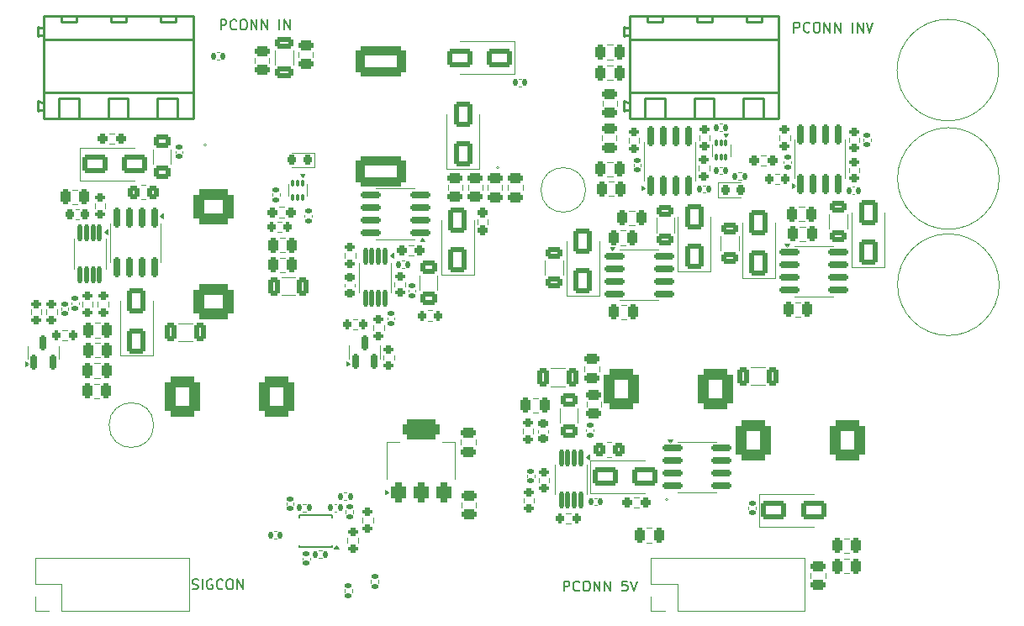
<source format=gto>
G04 #@! TF.GenerationSoftware,KiCad,Pcbnew,9.0.3-9.0.3-0~ubuntu24.04.1*
G04 #@! TF.CreationDate,2025-08-16T17:29:32+02:00*
G04 #@! TF.ProjectId,acoustic-piezodriver-board,61636f75-7374-4696-932d-7069657a6f64,rev?*
G04 #@! TF.SameCoordinates,Original*
G04 #@! TF.FileFunction,Legend,Top*
G04 #@! TF.FilePolarity,Positive*
%FSLAX46Y46*%
G04 Gerber Fmt 4.6, Leading zero omitted, Abs format (unit mm)*
G04 Created by KiCad (PCBNEW 9.0.3-9.0.3-0~ubuntu24.04.1) date 2025-08-16 17:29:32*
%MOMM*%
%LPD*%
G01*
G04 APERTURE LIST*
G04 Aperture macros list*
%AMRoundRect*
0 Rectangle with rounded corners*
0 $1 Rounding radius*
0 $2 $3 $4 $5 $6 $7 $8 $9 X,Y pos of 4 corners*
0 Add a 4 corners polygon primitive as box body*
4,1,4,$2,$3,$4,$5,$6,$7,$8,$9,$2,$3,0*
0 Add four circle primitives for the rounded corners*
1,1,$1+$1,$2,$3*
1,1,$1+$1,$4,$5*
1,1,$1+$1,$6,$7*
1,1,$1+$1,$8,$9*
0 Add four rect primitives between the rounded corners*
20,1,$1+$1,$2,$3,$4,$5,0*
20,1,$1+$1,$4,$5,$6,$7,0*
20,1,$1+$1,$6,$7,$8,$9,0*
20,1,$1+$1,$8,$9,$2,$3,0*%
G04 Aperture macros list end*
%ADD10C,0.160000*%
%ADD11C,0.120000*%
%ADD12C,0.250000*%
%ADD13C,0.150000*%
%ADD14C,1.300000*%
%ADD15C,2.000000*%
%ADD16RoundRect,0.200000X0.275000X-0.200000X0.275000X0.200000X-0.275000X0.200000X-0.275000X-0.200000X0*%
%ADD17R,1.700000X1.700000*%
%ADD18C,1.700000*%
%ADD19RoundRect,0.250000X0.475000X-0.250000X0.475000X0.250000X-0.475000X0.250000X-0.475000X-0.250000X0*%
%ADD20RoundRect,0.225000X0.225000X0.250000X-0.225000X0.250000X-0.225000X-0.250000X0.225000X-0.250000X0*%
%ADD21RoundRect,0.140000X-0.170000X0.140000X-0.170000X-0.140000X0.170000X-0.140000X0.170000X0.140000X0*%
%ADD22RoundRect,0.237500X-0.250000X-0.237500X0.250000X-0.237500X0.250000X0.237500X-0.250000X0.237500X0*%
%ADD23RoundRect,0.140000X0.170000X-0.140000X0.170000X0.140000X-0.170000X0.140000X-0.170000X-0.140000X0*%
%ADD24RoundRect,0.135000X-0.185000X0.135000X-0.185000X-0.135000X0.185000X-0.135000X0.185000X0.135000X0*%
%ADD25RoundRect,0.130000X-0.130000X0.692500X-0.130000X-0.692500X0.130000X-0.692500X0.130000X0.692500X0*%
%ADD26RoundRect,0.250000X0.650000X-1.000000X0.650000X1.000000X-0.650000X1.000000X-0.650000X-1.000000X0*%
%ADD27RoundRect,0.237500X0.250000X0.237500X-0.250000X0.237500X-0.250000X-0.237500X0.250000X-0.237500X0*%
%ADD28RoundRect,0.140000X-0.140000X-0.170000X0.140000X-0.170000X0.140000X0.170000X-0.140000X0.170000X0*%
%ADD29C,2.300000*%
%ADD30RoundRect,0.250000X0.250000X0.475000X-0.250000X0.475000X-0.250000X-0.475000X0.250000X-0.475000X0*%
%ADD31RoundRect,0.135000X0.135000X0.185000X-0.135000X0.185000X-0.135000X-0.185000X0.135000X-0.185000X0*%
%ADD32RoundRect,0.200000X-0.275000X0.200000X-0.275000X-0.200000X0.275000X-0.200000X0.275000X0.200000X0*%
%ADD33C,4.000000*%
%ADD34C,1.600000*%
%ADD35RoundRect,0.218750X-0.218750X-0.256250X0.218750X-0.256250X0.218750X0.256250X-0.218750X0.256250X0*%
%ADD36RoundRect,0.150000X0.150000X-0.825000X0.150000X0.825000X-0.150000X0.825000X-0.150000X-0.825000X0*%
%ADD37RoundRect,0.250000X-0.250000X-0.475000X0.250000X-0.475000X0.250000X0.475000X-0.250000X0.475000X0*%
%ADD38RoundRect,0.250000X-1.000000X-0.650000X1.000000X-0.650000X1.000000X0.650000X-1.000000X0.650000X0*%
%ADD39R,1.100000X0.250000*%
%ADD40RoundRect,0.140000X0.140000X0.170000X-0.140000X0.170000X-0.140000X-0.170000X0.140000X-0.170000X0*%
%ADD41RoundRect,0.250000X0.625000X-0.400000X0.625000X0.400000X-0.625000X0.400000X-0.625000X-0.400000X0*%
%ADD42RoundRect,0.525000X-1.475000X1.225000X-1.475000X-1.225000X1.475000X-1.225000X1.475000X1.225000X0*%
%ADD43R,2.469157X0.622132*%
%ADD44RoundRect,0.092500X-0.092500X0.255000X-0.092500X-0.255000X0.092500X-0.255000X0.092500X0.255000X0*%
%ADD45RoundRect,0.250000X0.325000X0.650000X-0.325000X0.650000X-0.325000X-0.650000X0.325000X-0.650000X0*%
%ADD46RoundRect,0.250000X-0.475000X0.250000X-0.475000X-0.250000X0.475000X-0.250000X0.475000X0.250000X0*%
%ADD47RoundRect,0.525000X-1.225000X-1.475000X1.225000X-1.475000X1.225000X1.475000X-1.225000X1.475000X0*%
%ADD48RoundRect,0.237500X0.237500X-0.250000X0.237500X0.250000X-0.237500X0.250000X-0.237500X-0.250000X0*%
%ADD49RoundRect,0.200000X0.200000X0.275000X-0.200000X0.275000X-0.200000X-0.275000X0.200000X-0.275000X0*%
%ADD50RoundRect,0.250000X1.000000X0.650000X-1.000000X0.650000X-1.000000X-0.650000X1.000000X-0.650000X0*%
%ADD51RoundRect,0.150000X-0.150000X0.825000X-0.150000X-0.825000X0.150000X-0.825000X0.150000X0.825000X0*%
%ADD52RoundRect,0.250000X-0.325000X-0.650000X0.325000X-0.650000X0.325000X0.650000X-0.325000X0.650000X0*%
%ADD53RoundRect,0.150000X0.825000X0.150000X-0.825000X0.150000X-0.825000X-0.150000X0.825000X-0.150000X0*%
%ADD54RoundRect,0.465000X-2.035000X1.085000X-2.035000X-1.085000X2.035000X-1.085000X2.035000X1.085000X0*%
%ADD55RoundRect,0.250000X-0.350000X-0.450000X0.350000X-0.450000X0.350000X0.450000X-0.350000X0.450000X0*%
%ADD56RoundRect,0.250000X0.625000X-0.312500X0.625000X0.312500X-0.625000X0.312500X-0.625000X-0.312500X0*%
%ADD57R,0.622132X2.469157*%
%ADD58RoundRect,0.150000X-0.825000X-0.150000X0.825000X-0.150000X0.825000X0.150000X-0.825000X0.150000X0*%
%ADD59RoundRect,0.375000X0.375000X-0.625000X0.375000X0.625000X-0.375000X0.625000X-0.375000X-0.625000X0*%
%ADD60RoundRect,0.500000X1.400000X-0.500000X1.400000X0.500000X-1.400000X0.500000X-1.400000X-0.500000X0*%
%ADD61RoundRect,0.150000X0.150000X-0.587500X0.150000X0.587500X-0.150000X0.587500X-0.150000X-0.587500X0*%
%ADD62RoundRect,0.250000X-0.625000X0.312500X-0.625000X-0.312500X0.625000X-0.312500X0.625000X0.312500X0*%
%ADD63RoundRect,0.200000X-0.200000X-0.275000X0.200000X-0.275000X0.200000X0.275000X-0.200000X0.275000X0*%
%ADD64RoundRect,0.250000X0.650000X-0.325000X0.650000X0.325000X-0.650000X0.325000X-0.650000X-0.325000X0*%
%ADD65RoundRect,0.250000X-0.625000X0.400000X-0.625000X-0.400000X0.625000X-0.400000X0.625000X0.400000X0*%
%ADD66RoundRect,0.218750X0.218750X0.256250X-0.218750X0.256250X-0.218750X-0.256250X0.218750X-0.256250X0*%
%ADD67RoundRect,0.225000X-0.250000X0.225000X-0.250000X-0.225000X0.250000X-0.225000X0.250000X0.225000X0*%
%ADD68RoundRect,0.225000X0.250000X-0.225000X0.250000X0.225000X-0.250000X0.225000X-0.250000X-0.225000X0*%
G04 APERTURE END LIST*
D10*
X122033358Y-82129299D02*
X122033358Y-81129299D01*
X122033358Y-81129299D02*
X122414310Y-81129299D01*
X122414310Y-81129299D02*
X122509548Y-81176918D01*
X122509548Y-81176918D02*
X122557167Y-81224537D01*
X122557167Y-81224537D02*
X122604786Y-81319775D01*
X122604786Y-81319775D02*
X122604786Y-81462632D01*
X122604786Y-81462632D02*
X122557167Y-81557870D01*
X122557167Y-81557870D02*
X122509548Y-81605489D01*
X122509548Y-81605489D02*
X122414310Y-81653108D01*
X122414310Y-81653108D02*
X122033358Y-81653108D01*
X123604786Y-82034060D02*
X123557167Y-82081680D01*
X123557167Y-82081680D02*
X123414310Y-82129299D01*
X123414310Y-82129299D02*
X123319072Y-82129299D01*
X123319072Y-82129299D02*
X123176215Y-82081680D01*
X123176215Y-82081680D02*
X123080977Y-81986441D01*
X123080977Y-81986441D02*
X123033358Y-81891203D01*
X123033358Y-81891203D02*
X122985739Y-81700727D01*
X122985739Y-81700727D02*
X122985739Y-81557870D01*
X122985739Y-81557870D02*
X123033358Y-81367394D01*
X123033358Y-81367394D02*
X123080977Y-81272156D01*
X123080977Y-81272156D02*
X123176215Y-81176918D01*
X123176215Y-81176918D02*
X123319072Y-81129299D01*
X123319072Y-81129299D02*
X123414310Y-81129299D01*
X123414310Y-81129299D02*
X123557167Y-81176918D01*
X123557167Y-81176918D02*
X123604786Y-81224537D01*
X124223834Y-81129299D02*
X124414310Y-81129299D01*
X124414310Y-81129299D02*
X124509548Y-81176918D01*
X124509548Y-81176918D02*
X124604786Y-81272156D01*
X124604786Y-81272156D02*
X124652405Y-81462632D01*
X124652405Y-81462632D02*
X124652405Y-81795965D01*
X124652405Y-81795965D02*
X124604786Y-81986441D01*
X124604786Y-81986441D02*
X124509548Y-82081680D01*
X124509548Y-82081680D02*
X124414310Y-82129299D01*
X124414310Y-82129299D02*
X124223834Y-82129299D01*
X124223834Y-82129299D02*
X124128596Y-82081680D01*
X124128596Y-82081680D02*
X124033358Y-81986441D01*
X124033358Y-81986441D02*
X123985739Y-81795965D01*
X123985739Y-81795965D02*
X123985739Y-81462632D01*
X123985739Y-81462632D02*
X124033358Y-81272156D01*
X124033358Y-81272156D02*
X124128596Y-81176918D01*
X124128596Y-81176918D02*
X124223834Y-81129299D01*
X125080977Y-82129299D02*
X125080977Y-81129299D01*
X125080977Y-81129299D02*
X125652405Y-82129299D01*
X125652405Y-82129299D02*
X125652405Y-81129299D01*
X126128596Y-82129299D02*
X126128596Y-81129299D01*
X126128596Y-81129299D02*
X126700024Y-82129299D01*
X126700024Y-82129299D02*
X126700024Y-81129299D01*
X127938120Y-82129299D02*
X127938120Y-81129299D01*
X128414310Y-82129299D02*
X128414310Y-81129299D01*
X128414310Y-81129299D02*
X128985738Y-82129299D01*
X128985738Y-82129299D02*
X128985738Y-81129299D01*
X129319072Y-81129299D02*
X129652405Y-82129299D01*
X129652405Y-82129299D02*
X129985738Y-81129299D01*
X64303358Y-81849299D02*
X64303358Y-80849299D01*
X64303358Y-80849299D02*
X64684310Y-80849299D01*
X64684310Y-80849299D02*
X64779548Y-80896918D01*
X64779548Y-80896918D02*
X64827167Y-80944537D01*
X64827167Y-80944537D02*
X64874786Y-81039775D01*
X64874786Y-81039775D02*
X64874786Y-81182632D01*
X64874786Y-81182632D02*
X64827167Y-81277870D01*
X64827167Y-81277870D02*
X64779548Y-81325489D01*
X64779548Y-81325489D02*
X64684310Y-81373108D01*
X64684310Y-81373108D02*
X64303358Y-81373108D01*
X65874786Y-81754060D02*
X65827167Y-81801680D01*
X65827167Y-81801680D02*
X65684310Y-81849299D01*
X65684310Y-81849299D02*
X65589072Y-81849299D01*
X65589072Y-81849299D02*
X65446215Y-81801680D01*
X65446215Y-81801680D02*
X65350977Y-81706441D01*
X65350977Y-81706441D02*
X65303358Y-81611203D01*
X65303358Y-81611203D02*
X65255739Y-81420727D01*
X65255739Y-81420727D02*
X65255739Y-81277870D01*
X65255739Y-81277870D02*
X65303358Y-81087394D01*
X65303358Y-81087394D02*
X65350977Y-80992156D01*
X65350977Y-80992156D02*
X65446215Y-80896918D01*
X65446215Y-80896918D02*
X65589072Y-80849299D01*
X65589072Y-80849299D02*
X65684310Y-80849299D01*
X65684310Y-80849299D02*
X65827167Y-80896918D01*
X65827167Y-80896918D02*
X65874786Y-80944537D01*
X66493834Y-80849299D02*
X66684310Y-80849299D01*
X66684310Y-80849299D02*
X66779548Y-80896918D01*
X66779548Y-80896918D02*
X66874786Y-80992156D01*
X66874786Y-80992156D02*
X66922405Y-81182632D01*
X66922405Y-81182632D02*
X66922405Y-81515965D01*
X66922405Y-81515965D02*
X66874786Y-81706441D01*
X66874786Y-81706441D02*
X66779548Y-81801680D01*
X66779548Y-81801680D02*
X66684310Y-81849299D01*
X66684310Y-81849299D02*
X66493834Y-81849299D01*
X66493834Y-81849299D02*
X66398596Y-81801680D01*
X66398596Y-81801680D02*
X66303358Y-81706441D01*
X66303358Y-81706441D02*
X66255739Y-81515965D01*
X66255739Y-81515965D02*
X66255739Y-81182632D01*
X66255739Y-81182632D02*
X66303358Y-80992156D01*
X66303358Y-80992156D02*
X66398596Y-80896918D01*
X66398596Y-80896918D02*
X66493834Y-80849299D01*
X67350977Y-81849299D02*
X67350977Y-80849299D01*
X67350977Y-80849299D02*
X67922405Y-81849299D01*
X67922405Y-81849299D02*
X67922405Y-80849299D01*
X68398596Y-81849299D02*
X68398596Y-80849299D01*
X68398596Y-80849299D02*
X68970024Y-81849299D01*
X68970024Y-81849299D02*
X68970024Y-80849299D01*
X70208120Y-81849299D02*
X70208120Y-80849299D01*
X70684310Y-81849299D02*
X70684310Y-80849299D01*
X70684310Y-80849299D02*
X71255738Y-81849299D01*
X71255738Y-81849299D02*
X71255738Y-80849299D01*
X98853358Y-138419299D02*
X98853358Y-137419299D01*
X98853358Y-137419299D02*
X99234310Y-137419299D01*
X99234310Y-137419299D02*
X99329548Y-137466918D01*
X99329548Y-137466918D02*
X99377167Y-137514537D01*
X99377167Y-137514537D02*
X99424786Y-137609775D01*
X99424786Y-137609775D02*
X99424786Y-137752632D01*
X99424786Y-137752632D02*
X99377167Y-137847870D01*
X99377167Y-137847870D02*
X99329548Y-137895489D01*
X99329548Y-137895489D02*
X99234310Y-137943108D01*
X99234310Y-137943108D02*
X98853358Y-137943108D01*
X100424786Y-138324060D02*
X100377167Y-138371680D01*
X100377167Y-138371680D02*
X100234310Y-138419299D01*
X100234310Y-138419299D02*
X100139072Y-138419299D01*
X100139072Y-138419299D02*
X99996215Y-138371680D01*
X99996215Y-138371680D02*
X99900977Y-138276441D01*
X99900977Y-138276441D02*
X99853358Y-138181203D01*
X99853358Y-138181203D02*
X99805739Y-137990727D01*
X99805739Y-137990727D02*
X99805739Y-137847870D01*
X99805739Y-137847870D02*
X99853358Y-137657394D01*
X99853358Y-137657394D02*
X99900977Y-137562156D01*
X99900977Y-137562156D02*
X99996215Y-137466918D01*
X99996215Y-137466918D02*
X100139072Y-137419299D01*
X100139072Y-137419299D02*
X100234310Y-137419299D01*
X100234310Y-137419299D02*
X100377167Y-137466918D01*
X100377167Y-137466918D02*
X100424786Y-137514537D01*
X101043834Y-137419299D02*
X101234310Y-137419299D01*
X101234310Y-137419299D02*
X101329548Y-137466918D01*
X101329548Y-137466918D02*
X101424786Y-137562156D01*
X101424786Y-137562156D02*
X101472405Y-137752632D01*
X101472405Y-137752632D02*
X101472405Y-138085965D01*
X101472405Y-138085965D02*
X101424786Y-138276441D01*
X101424786Y-138276441D02*
X101329548Y-138371680D01*
X101329548Y-138371680D02*
X101234310Y-138419299D01*
X101234310Y-138419299D02*
X101043834Y-138419299D01*
X101043834Y-138419299D02*
X100948596Y-138371680D01*
X100948596Y-138371680D02*
X100853358Y-138276441D01*
X100853358Y-138276441D02*
X100805739Y-138085965D01*
X100805739Y-138085965D02*
X100805739Y-137752632D01*
X100805739Y-137752632D02*
X100853358Y-137562156D01*
X100853358Y-137562156D02*
X100948596Y-137466918D01*
X100948596Y-137466918D02*
X101043834Y-137419299D01*
X101900977Y-138419299D02*
X101900977Y-137419299D01*
X101900977Y-137419299D02*
X102472405Y-138419299D01*
X102472405Y-138419299D02*
X102472405Y-137419299D01*
X102948596Y-138419299D02*
X102948596Y-137419299D01*
X102948596Y-137419299D02*
X103520024Y-138419299D01*
X103520024Y-138419299D02*
X103520024Y-137419299D01*
X105234310Y-137419299D02*
X104758120Y-137419299D01*
X104758120Y-137419299D02*
X104710501Y-137895489D01*
X104710501Y-137895489D02*
X104758120Y-137847870D01*
X104758120Y-137847870D02*
X104853358Y-137800251D01*
X104853358Y-137800251D02*
X105091453Y-137800251D01*
X105091453Y-137800251D02*
X105186691Y-137847870D01*
X105186691Y-137847870D02*
X105234310Y-137895489D01*
X105234310Y-137895489D02*
X105281929Y-137990727D01*
X105281929Y-137990727D02*
X105281929Y-138228822D01*
X105281929Y-138228822D02*
X105234310Y-138324060D01*
X105234310Y-138324060D02*
X105186691Y-138371680D01*
X105186691Y-138371680D02*
X105091453Y-138419299D01*
X105091453Y-138419299D02*
X104853358Y-138419299D01*
X104853358Y-138419299D02*
X104758120Y-138371680D01*
X104758120Y-138371680D02*
X104710501Y-138324060D01*
X105567644Y-137419299D02*
X105900977Y-138419299D01*
X105900977Y-138419299D02*
X106234310Y-137419299D01*
X61445739Y-138191680D02*
X61588596Y-138239299D01*
X61588596Y-138239299D02*
X61826691Y-138239299D01*
X61826691Y-138239299D02*
X61921929Y-138191680D01*
X61921929Y-138191680D02*
X61969548Y-138144060D01*
X61969548Y-138144060D02*
X62017167Y-138048822D01*
X62017167Y-138048822D02*
X62017167Y-137953584D01*
X62017167Y-137953584D02*
X61969548Y-137858346D01*
X61969548Y-137858346D02*
X61921929Y-137810727D01*
X61921929Y-137810727D02*
X61826691Y-137763108D01*
X61826691Y-137763108D02*
X61636215Y-137715489D01*
X61636215Y-137715489D02*
X61540977Y-137667870D01*
X61540977Y-137667870D02*
X61493358Y-137620251D01*
X61493358Y-137620251D02*
X61445739Y-137525013D01*
X61445739Y-137525013D02*
X61445739Y-137429775D01*
X61445739Y-137429775D02*
X61493358Y-137334537D01*
X61493358Y-137334537D02*
X61540977Y-137286918D01*
X61540977Y-137286918D02*
X61636215Y-137239299D01*
X61636215Y-137239299D02*
X61874310Y-137239299D01*
X61874310Y-137239299D02*
X62017167Y-137286918D01*
X62445739Y-138239299D02*
X62445739Y-137239299D01*
X63445738Y-137286918D02*
X63350500Y-137239299D01*
X63350500Y-137239299D02*
X63207643Y-137239299D01*
X63207643Y-137239299D02*
X63064786Y-137286918D01*
X63064786Y-137286918D02*
X62969548Y-137382156D01*
X62969548Y-137382156D02*
X62921929Y-137477394D01*
X62921929Y-137477394D02*
X62874310Y-137667870D01*
X62874310Y-137667870D02*
X62874310Y-137810727D01*
X62874310Y-137810727D02*
X62921929Y-138001203D01*
X62921929Y-138001203D02*
X62969548Y-138096441D01*
X62969548Y-138096441D02*
X63064786Y-138191680D01*
X63064786Y-138191680D02*
X63207643Y-138239299D01*
X63207643Y-138239299D02*
X63302881Y-138239299D01*
X63302881Y-138239299D02*
X63445738Y-138191680D01*
X63445738Y-138191680D02*
X63493357Y-138144060D01*
X63493357Y-138144060D02*
X63493357Y-137810727D01*
X63493357Y-137810727D02*
X63302881Y-137810727D01*
X64493357Y-138144060D02*
X64445738Y-138191680D01*
X64445738Y-138191680D02*
X64302881Y-138239299D01*
X64302881Y-138239299D02*
X64207643Y-138239299D01*
X64207643Y-138239299D02*
X64064786Y-138191680D01*
X64064786Y-138191680D02*
X63969548Y-138096441D01*
X63969548Y-138096441D02*
X63921929Y-138001203D01*
X63921929Y-138001203D02*
X63874310Y-137810727D01*
X63874310Y-137810727D02*
X63874310Y-137667870D01*
X63874310Y-137667870D02*
X63921929Y-137477394D01*
X63921929Y-137477394D02*
X63969548Y-137382156D01*
X63969548Y-137382156D02*
X64064786Y-137286918D01*
X64064786Y-137286918D02*
X64207643Y-137239299D01*
X64207643Y-137239299D02*
X64302881Y-137239299D01*
X64302881Y-137239299D02*
X64445738Y-137286918D01*
X64445738Y-137286918D02*
X64493357Y-137334537D01*
X65112405Y-137239299D02*
X65302881Y-137239299D01*
X65302881Y-137239299D02*
X65398119Y-137286918D01*
X65398119Y-137286918D02*
X65493357Y-137382156D01*
X65493357Y-137382156D02*
X65540976Y-137572632D01*
X65540976Y-137572632D02*
X65540976Y-137905965D01*
X65540976Y-137905965D02*
X65493357Y-138096441D01*
X65493357Y-138096441D02*
X65398119Y-138191680D01*
X65398119Y-138191680D02*
X65302881Y-138239299D01*
X65302881Y-138239299D02*
X65112405Y-138239299D01*
X65112405Y-138239299D02*
X65017167Y-138191680D01*
X65017167Y-138191680D02*
X64921929Y-138096441D01*
X64921929Y-138096441D02*
X64874310Y-137905965D01*
X64874310Y-137905965D02*
X64874310Y-137572632D01*
X64874310Y-137572632D02*
X64921929Y-137382156D01*
X64921929Y-137382156D02*
X65017167Y-137286918D01*
X65017167Y-137286918D02*
X65112405Y-137239299D01*
X65969548Y-138239299D02*
X65969548Y-137239299D01*
X65969548Y-137239299D02*
X66540976Y-138239299D01*
X66540976Y-138239299D02*
X66540976Y-137239299D01*
D11*
X96307500Y-127487258D02*
X96307500Y-127012742D01*
X97352500Y-127487258D02*
X97352500Y-127012742D01*
X45620000Y-135080000D02*
X61080000Y-135080000D01*
X45620000Y-137730000D02*
X45620000Y-135080000D01*
X45620000Y-140380000D02*
X45620000Y-139000000D01*
X47000000Y-140380000D02*
X45620000Y-140380000D01*
X48270000Y-137730000D02*
X45620000Y-137730000D01*
X48270000Y-140380000D02*
X48270000Y-137730000D01*
X48270000Y-140380000D02*
X61080000Y-140380000D01*
X61080000Y-140380000D02*
X61080000Y-135080000D01*
X102690000Y-93036252D02*
X102690000Y-92513748D01*
X104160000Y-93036252D02*
X104160000Y-92513748D01*
X49990580Y-99965000D02*
X49709420Y-99965000D01*
X49990580Y-100985000D02*
X49709420Y-100985000D01*
X117455000Y-129947164D02*
X117455000Y-130162836D01*
X118175000Y-129947164D02*
X118175000Y-130162836D01*
X83175276Y-103547500D02*
X83684724Y-103547500D01*
X83175276Y-104592500D02*
X83684724Y-104592500D01*
X70916500Y-129722836D02*
X70916500Y-129507164D01*
X71636500Y-129722836D02*
X71636500Y-129507164D01*
X76760000Y-138206359D02*
X76760000Y-138513641D01*
X77520000Y-138206359D02*
X77520000Y-138513641D01*
X80702500Y-115137258D02*
X80702500Y-114662742D01*
X81747500Y-115137258D02*
X81747500Y-114662742D01*
X78240000Y-106825000D02*
X78240000Y-105325000D01*
X78240000Y-106825000D02*
X78240000Y-108325000D01*
X81460000Y-106825000D02*
X81460000Y-105325000D01*
X81460000Y-106825000D02*
X81460000Y-108325000D01*
X81665000Y-104852500D02*
X81335000Y-104612500D01*
X81665000Y-104372500D01*
X81665000Y-104852500D01*
G36*
X81665000Y-104852500D02*
G01*
X81335000Y-104612500D01*
X81665000Y-104372500D01*
X81665000Y-104852500D01*
G37*
X110325000Y-106210000D02*
X110325000Y-100700000D01*
X110325000Y-106210000D02*
X113625000Y-106210000D01*
X113625000Y-106210000D02*
X113625000Y-100700000D01*
X119219724Y-94522500D02*
X118710276Y-94522500D01*
X119219724Y-95567500D02*
X118710276Y-95567500D01*
X105865000Y-95597836D02*
X105865000Y-95382164D01*
X106585000Y-95597836D02*
X106585000Y-95382164D01*
X94312164Y-86840000D02*
X94527836Y-86840000D01*
X94312164Y-87560000D02*
X94527836Y-87560000D01*
X76896500Y-130261359D02*
X76896500Y-130568641D01*
X77656500Y-130261359D02*
X77656500Y-130568641D01*
D12*
X104900000Y-81540000D02*
X104900000Y-82530000D01*
X104900000Y-82530000D02*
X105500000Y-82320000D01*
X104900000Y-89050000D02*
X104900000Y-90040000D01*
X104900000Y-90040000D02*
X105500000Y-89830000D01*
X105500000Y-80500000D02*
X120500000Y-80500000D01*
X105500000Y-80510000D02*
X105500000Y-90810000D01*
X105500000Y-81780000D02*
X104900000Y-81540000D01*
X105500000Y-82830000D02*
X120500000Y-82830000D01*
X105500000Y-88170000D02*
X120500000Y-88170000D01*
X105500000Y-89290000D02*
X104900000Y-89050000D01*
X105500000Y-90800000D02*
X120500000Y-90800000D01*
X107000000Y-88740000D02*
X109000000Y-88740000D01*
X107000000Y-90800000D02*
X107000000Y-88740000D01*
X107240000Y-81040000D02*
X107240000Y-80500000D01*
X108770000Y-80500000D02*
X108770000Y-81040000D01*
X108770000Y-81040000D02*
X107240000Y-81040000D01*
X109000000Y-88740000D02*
X109000000Y-90800000D01*
X111980000Y-88740000D02*
X113980000Y-88740000D01*
X111980000Y-90800000D02*
X111980000Y-88740000D01*
X112240000Y-81040000D02*
X112240000Y-80500000D01*
X113770000Y-80500000D02*
X113770000Y-81040000D01*
X113770000Y-81040000D02*
X112240000Y-81040000D01*
X113980000Y-88740000D02*
X113980000Y-90800000D01*
X116930000Y-88740000D02*
X118930000Y-88740000D01*
X116930000Y-90800000D02*
X116930000Y-88740000D01*
X117240000Y-81040000D02*
X117240000Y-80500000D01*
X118770000Y-80500000D02*
X118770000Y-81040000D01*
X118770000Y-81040000D02*
X117240000Y-81040000D01*
X118930000Y-88740000D02*
X118930000Y-90800000D01*
X120500000Y-80500000D02*
X120500000Y-90800000D01*
D11*
X105121252Y-109565000D02*
X104598748Y-109565000D01*
X105121252Y-111035000D02*
X104598748Y-111035000D01*
X70170276Y-99727500D02*
X70679724Y-99727500D01*
X70170276Y-100772500D02*
X70679724Y-100772500D01*
X76980141Y-128485000D02*
X76672859Y-128485000D01*
X76980141Y-129245000D02*
X76672859Y-129245000D01*
X51602500Y-99387742D02*
X51602500Y-99862258D01*
X52647500Y-99387742D02*
X52647500Y-99862258D01*
X100925000Y-116261252D02*
X100925000Y-115738748D01*
X102395000Y-116261252D02*
X102395000Y-115738748D01*
X54150000Y-114710000D02*
X54150000Y-109200000D01*
X54150000Y-114710000D02*
X57450000Y-114710000D01*
X57450000Y-114710000D02*
X57450000Y-109200000D01*
X112472500Y-92512742D02*
X112472500Y-92987258D01*
X113517500Y-92512742D02*
X113517500Y-92987258D01*
X101952164Y-129070000D02*
X102167836Y-129070000D01*
X101952164Y-129790000D02*
X102167836Y-129790000D01*
X101050000Y-98000000D02*
G75*
G02*
X96550000Y-98000000I-2250000J0D01*
G01*
X96550000Y-98000000D02*
G75*
G02*
X101050000Y-98000000I2250000J0D01*
G01*
X78579000Y-131052742D02*
X78579000Y-131527258D01*
X79624000Y-131052742D02*
X79624000Y-131527258D01*
X142695000Y-107550000D02*
G75*
G02*
X132455000Y-107550000I-5120000J0D01*
G01*
X132455000Y-107550000D02*
G75*
G02*
X142695000Y-107550000I5120000J0D01*
G01*
X114415000Y-97265000D02*
X114415000Y-98735000D01*
X114415000Y-98735000D02*
X116700000Y-98735000D01*
X116700000Y-97265000D02*
X114415000Y-97265000D01*
X122055000Y-94900000D02*
X122055000Y-92950000D01*
X122055000Y-94900000D02*
X122055000Y-96850000D01*
X127175000Y-94900000D02*
X127175000Y-92950000D01*
X127175000Y-94900000D02*
X127175000Y-96850000D01*
X122150000Y-97600000D02*
X121820000Y-97840000D01*
X121820000Y-97360000D01*
X122150000Y-97600000D01*
G36*
X122150000Y-97600000D02*
G01*
X121820000Y-97840000D01*
X121820000Y-97360000D01*
X122150000Y-97600000D01*
G37*
X122538748Y-99705000D02*
X123061252Y-99705000D01*
X122538748Y-101175000D02*
X123061252Y-101175000D01*
X50090000Y-93737500D02*
X50090000Y-97037500D01*
X50090000Y-93737500D02*
X55600000Y-93737500D01*
X50090000Y-97037500D02*
X55600000Y-97037500D01*
D13*
X72226500Y-130765000D02*
X72226500Y-130990000D01*
X72226500Y-134015000D02*
X72226500Y-133790000D01*
X75476500Y-130765000D02*
X72226500Y-130765000D01*
X75476500Y-130765000D02*
X75476500Y-130990000D01*
X75476500Y-134015000D02*
X72226500Y-134015000D01*
X75476500Y-134015000D02*
X75476500Y-133790000D01*
D11*
X76191500Y-134120000D02*
X75711500Y-134120000D01*
X75951500Y-133790000D01*
X76191500Y-134120000D01*
G36*
X76191500Y-134120000D02*
G01*
X75711500Y-134120000D01*
X75951500Y-133790000D01*
X76191500Y-134120000D01*
G37*
X113107836Y-97540000D02*
X112892164Y-97540000D01*
X113107836Y-98260000D02*
X112892164Y-98260000D01*
X79677500Y-112112258D02*
X79677500Y-111637742D01*
X80722500Y-112112258D02*
X80722500Y-111637742D01*
X127088748Y-135175000D02*
X127611252Y-135175000D01*
X127088748Y-136645000D02*
X127611252Y-136645000D01*
X98450000Y-121447064D02*
X98450000Y-119992936D01*
X100270000Y-121447064D02*
X100270000Y-119992936D01*
X49490000Y-104425000D02*
X49490000Y-102925000D01*
X49490000Y-104425000D02*
X49490000Y-105925000D01*
X52710000Y-104425000D02*
X52710000Y-102925000D01*
X52710000Y-104425000D02*
X52710000Y-105925000D01*
X52915000Y-102452500D02*
X52585000Y-102212500D01*
X52915000Y-101972500D01*
X52915000Y-102452500D01*
G36*
X52915000Y-102452500D02*
G01*
X52585000Y-102212500D01*
X52915000Y-101972500D01*
X52915000Y-102452500D01*
G37*
X109326823Y-129225000D02*
G75*
G02*
X109076821Y-129225000I-125001J0D01*
G01*
X109076821Y-129225000D02*
G75*
G02*
X109326823Y-129225000I125001J0D01*
G01*
X103761252Y-83365000D02*
X103238748Y-83365000D01*
X103761252Y-84835000D02*
X103238748Y-84835000D01*
X82767836Y-105140000D02*
X82552164Y-105140000D01*
X82767836Y-105860000D02*
X82552164Y-105860000D01*
X71085000Y-98010000D02*
X71085000Y-97410000D01*
X71085000Y-98010000D02*
X71085000Y-98610000D01*
X72955000Y-98010000D02*
X72955000Y-97410000D01*
X72955000Y-98010000D02*
X72955000Y-98610000D01*
X72520000Y-96700000D02*
X72280000Y-96370000D01*
X72760000Y-96370000D01*
X72520000Y-96700000D01*
G36*
X72520000Y-96700000D02*
G01*
X72280000Y-96370000D01*
X72760000Y-96370000D01*
X72520000Y-96700000D01*
G37*
X53057776Y-92340000D02*
X53567224Y-92340000D01*
X53057776Y-93385000D02*
X53567224Y-93385000D01*
X74483641Y-134350000D02*
X74176359Y-134350000D01*
X74483641Y-135110000D02*
X74176359Y-135110000D01*
X72560000Y-135042164D02*
X72560000Y-135257836D01*
X73280000Y-135042164D02*
X73280000Y-135257836D01*
X59740000Y-94282836D02*
X59740000Y-94067164D01*
X60460000Y-94282836D02*
X60460000Y-94067164D01*
X98941252Y-115960000D02*
X97518748Y-115960000D01*
X98941252Y-117780000D02*
X97518748Y-117780000D01*
X114797836Y-91340000D02*
X114582164Y-91340000D01*
X114797836Y-92060000D02*
X114582164Y-92060000D01*
X104528748Y-102105000D02*
X105051252Y-102105000D01*
X104528748Y-103575000D02*
X105051252Y-103575000D01*
X61436252Y-111440000D02*
X60013748Y-111440000D01*
X61436252Y-113260000D02*
X60013748Y-113260000D01*
X83180000Y-108277836D02*
X83180000Y-108062164D01*
X83900000Y-108277836D02*
X83900000Y-108062164D01*
X102757948Y-89031424D02*
X102757948Y-89553928D01*
X104227948Y-89031424D02*
X104227948Y-89553928D01*
X129025000Y-92842164D02*
X129025000Y-93057836D01*
X129745000Y-92842164D02*
X129745000Y-93057836D01*
X90142500Y-101439724D02*
X90142500Y-100930276D01*
X91187500Y-101439724D02*
X91187500Y-100930276D01*
X70243748Y-102820000D02*
X70766252Y-102820000D01*
X70243748Y-104290000D02*
X70766252Y-104290000D01*
X48812258Y-112127500D02*
X48337742Y-112127500D01*
X48812258Y-113172500D02*
X48337742Y-113172500D01*
X72750000Y-100522164D02*
X72750000Y-100737836D01*
X73470000Y-100522164D02*
X73470000Y-100737836D01*
X118490000Y-128650000D02*
X118490000Y-131950000D01*
X118490000Y-128650000D02*
X124000000Y-128650000D01*
X118490000Y-131950000D02*
X124000000Y-131950000D01*
X79440000Y-137306359D02*
X79440000Y-137613641D01*
X80200000Y-137306359D02*
X80200000Y-137613641D01*
X76807500Y-104827258D02*
X76807500Y-104352742D01*
X77852500Y-104827258D02*
X77852500Y-104352742D01*
X72855141Y-129660000D02*
X72547859Y-129660000D01*
X72855141Y-130420000D02*
X72547859Y-130420000D01*
X93910000Y-83050000D02*
X88400000Y-83050000D01*
X93910000Y-86350000D02*
X88400000Y-86350000D01*
X93910000Y-86350000D02*
X93910000Y-83050000D01*
X101135000Y-119308748D02*
X101135000Y-119831252D01*
X102605000Y-119308748D02*
X102605000Y-119831252D01*
X120577500Y-92987258D02*
X120577500Y-92512742D01*
X121622500Y-92987258D02*
X121622500Y-92512742D01*
X72115000Y-84636252D02*
X72115000Y-84113748D01*
X73585000Y-84636252D02*
X73585000Y-84113748D01*
X128127836Y-97690000D02*
X127912164Y-97690000D01*
X128127836Y-98410000D02*
X127912164Y-98410000D01*
X70243748Y-104820000D02*
X70766252Y-104820000D01*
X70243748Y-106290000D02*
X70766252Y-106290000D01*
D12*
X45900000Y-81540000D02*
X45900000Y-82530000D01*
X45900000Y-82530000D02*
X46500000Y-82320000D01*
X45900000Y-89050000D02*
X45900000Y-90040000D01*
X45900000Y-90040000D02*
X46500000Y-89830000D01*
X46500000Y-80500000D02*
X61500000Y-80500000D01*
X46500000Y-80510000D02*
X46500000Y-90810000D01*
X46500000Y-81780000D02*
X45900000Y-81540000D01*
X46500000Y-82830000D02*
X61500000Y-82830000D01*
X46500000Y-88170000D02*
X61500000Y-88170000D01*
X46500000Y-89290000D02*
X45900000Y-89050000D01*
X46500000Y-90800000D02*
X61500000Y-90800000D01*
X48000000Y-88740000D02*
X50000000Y-88740000D01*
X48000000Y-90800000D02*
X48000000Y-88740000D01*
X48240000Y-81040000D02*
X48240000Y-80500000D01*
X49770000Y-80500000D02*
X49770000Y-81040000D01*
X49770000Y-81040000D02*
X48240000Y-81040000D01*
X50000000Y-88740000D02*
X50000000Y-90800000D01*
X52980000Y-88740000D02*
X54980000Y-88740000D01*
X52980000Y-90800000D02*
X52980000Y-88740000D01*
X53240000Y-81040000D02*
X53240000Y-80500000D01*
X54770000Y-80500000D02*
X54770000Y-81040000D01*
X54770000Y-81040000D02*
X53240000Y-81040000D01*
X54980000Y-88740000D02*
X54980000Y-90800000D01*
X57930000Y-88740000D02*
X59930000Y-88740000D01*
X57930000Y-90800000D02*
X57930000Y-88740000D01*
X58240000Y-81040000D02*
X58240000Y-80500000D01*
X59770000Y-80500000D02*
X59770000Y-81040000D01*
X59770000Y-81040000D02*
X58240000Y-81040000D01*
X59930000Y-88740000D02*
X59930000Y-90800000D01*
X61500000Y-80500000D02*
X61500000Y-90800000D01*
D11*
X67715000Y-85236252D02*
X67715000Y-84713748D01*
X69185000Y-85236252D02*
X69185000Y-84713748D01*
X122628748Y-101685000D02*
X123151252Y-101685000D01*
X122628748Y-103155000D02*
X123151252Y-103155000D01*
X53140000Y-103300000D02*
X53140000Y-101350000D01*
X53140000Y-103300000D02*
X53140000Y-105250000D01*
X58260000Y-103300000D02*
X58260000Y-101350000D01*
X58260000Y-103300000D02*
X58260000Y-105250000D01*
X58495000Y-100840000D02*
X58165000Y-100600000D01*
X58495000Y-100360000D01*
X58495000Y-100840000D01*
G36*
X58495000Y-100840000D02*
G01*
X58165000Y-100600000D01*
X58495000Y-100360000D01*
X58495000Y-100840000D01*
G37*
X57550000Y-121700000D02*
G75*
G02*
X53050000Y-121700000I-2250000J0D01*
G01*
X53050000Y-121700000D02*
G75*
G02*
X57550000Y-121700000I2250000J0D01*
G01*
X69470000Y-98321359D02*
X69470000Y-98628641D01*
X70230000Y-98321359D02*
X70230000Y-98628641D01*
X46752500Y-110062742D02*
X46752500Y-110537258D01*
X47797500Y-110062742D02*
X47797500Y-110537258D01*
X52086252Y-117540000D02*
X51563748Y-117540000D01*
X52086252Y-119010000D02*
X51563748Y-119010000D01*
X94723744Y-122082950D02*
X94723744Y-122557466D01*
X95768744Y-122082950D02*
X95768744Y-122557466D01*
X127547500Y-96237258D02*
X127547500Y-95762742D01*
X128592500Y-96237258D02*
X128592500Y-95762742D01*
X127875000Y-105760000D02*
X127875000Y-100250000D01*
X127875000Y-105760000D02*
X131175000Y-105760000D01*
X131175000Y-105760000D02*
X131175000Y-100250000D01*
X81090000Y-110842164D02*
X81090000Y-111057836D01*
X81810000Y-110842164D02*
X81810000Y-111057836D01*
X120587258Y-96352500D02*
X120112742Y-96352500D01*
X120587258Y-97397500D02*
X120112742Y-97397500D01*
X101105000Y-122327836D02*
X101105000Y-122112164D01*
X101825000Y-122327836D02*
X101825000Y-122112164D01*
X107721252Y-132065000D02*
X107198748Y-132065000D01*
X107721252Y-133535000D02*
X107198748Y-133535000D01*
X105912776Y-128997500D02*
X106422224Y-128997500D01*
X105912776Y-130042500D02*
X106422224Y-130042500D01*
X121015000Y-95302836D02*
X121015000Y-95087164D01*
X121735000Y-95302836D02*
X121735000Y-95087164D01*
X117703748Y-115865000D02*
X119126252Y-115865000D01*
X117703748Y-117685000D02*
X119126252Y-117685000D01*
X142695000Y-96850000D02*
G75*
G02*
X132455000Y-96850000I-5120000J0D01*
G01*
X132455000Y-96850000D02*
G75*
G02*
X142695000Y-96850000I5120000J0D01*
G01*
X81900000Y-97840000D02*
X79950000Y-97840000D01*
X81900000Y-97840000D02*
X83850000Y-97840000D01*
X81900000Y-102960000D02*
X79950000Y-102960000D01*
X81900000Y-102960000D02*
X83850000Y-102960000D01*
X84840000Y-103195000D02*
X84360000Y-103195000D01*
X84600000Y-102865000D01*
X84840000Y-103195000D01*
G36*
X84840000Y-103195000D02*
G01*
X84360000Y-103195000D01*
X84600000Y-102865000D01*
X84840000Y-103195000D01*
G37*
X87165000Y-97488748D02*
X87165000Y-98011252D01*
X88635000Y-97488748D02*
X88635000Y-98011252D01*
X116728641Y-96245000D02*
X116421359Y-96245000D01*
X116728641Y-97005000D02*
X116421359Y-97005000D01*
X57465000Y-95377064D02*
X57465000Y-93922936D01*
X59285000Y-95377064D02*
X59285000Y-93922936D01*
X51927500Y-109762258D02*
X51927500Y-109287742D01*
X52972500Y-109762258D02*
X52972500Y-109287742D01*
X48240000Y-109892164D02*
X48240000Y-110107836D01*
X48960000Y-109892164D02*
X48960000Y-110107836D01*
X56272936Y-97490000D02*
X56727064Y-97490000D01*
X56272936Y-98960000D02*
X56727064Y-98960000D01*
X125590000Y-101902064D02*
X125590000Y-100447936D01*
X127410000Y-101902064D02*
X127410000Y-100447936D01*
X101500000Y-125260000D02*
X101500000Y-128560000D01*
X101500000Y-125260000D02*
X107010000Y-125260000D01*
X101500000Y-128560000D02*
X107010000Y-128560000D01*
X122671252Y-109315000D02*
X122148748Y-109315000D01*
X122671252Y-110785000D02*
X122148748Y-110785000D01*
X62860001Y-93466777D02*
G75*
G02*
X62609999Y-93466777I-125001J0D01*
G01*
X62609999Y-93466777D02*
G75*
G02*
X62860001Y-93466777I125001J0D01*
G01*
X63917164Y-84140000D02*
X64132836Y-84140000D01*
X63917164Y-84860000D02*
X64132836Y-84860000D01*
X105392500Y-93232258D02*
X105392500Y-92757742D01*
X106437500Y-93232258D02*
X106437500Y-92757742D01*
X124025000Y-103645000D02*
X122075000Y-103645000D01*
X124025000Y-103645000D02*
X125975000Y-103645000D01*
X124025000Y-108765000D02*
X122075000Y-108765000D01*
X124025000Y-108765000D02*
X125975000Y-108765000D01*
X121325000Y-103740000D02*
X121085000Y-103410000D01*
X121565000Y-103410000D01*
X121325000Y-103740000D01*
G36*
X121325000Y-103740000D02*
G01*
X121085000Y-103410000D01*
X121565000Y-103410000D01*
X121325000Y-103740000D01*
G37*
X88555000Y-129468748D02*
X88555000Y-129991252D01*
X90025000Y-129468748D02*
X90025000Y-129991252D01*
X87050000Y-95910000D02*
X87050000Y-90400000D01*
X87050000Y-95910000D02*
X90350000Y-95910000D01*
X90350000Y-95910000D02*
X90350000Y-90400000D01*
X81056250Y-123400000D02*
X82316250Y-123400000D01*
X81056250Y-127160000D02*
X81056250Y-123400000D01*
X87876250Y-123400000D02*
X86616250Y-123400000D01*
X87876250Y-127160000D02*
X87876250Y-123400000D01*
X81156250Y-128440000D02*
X80826250Y-128680000D01*
X80826250Y-128200000D01*
X81156250Y-128440000D01*
G36*
X81156250Y-128440000D02*
G01*
X80826250Y-128680000D01*
X80826250Y-128200000D01*
X81156250Y-128440000D01*
G37*
X77074000Y-133082742D02*
X77074000Y-133557258D01*
X78119000Y-133082742D02*
X78119000Y-133557258D01*
X81817500Y-107767258D02*
X81817500Y-107292742D01*
X82862500Y-107767258D02*
X82862500Y-107292742D01*
X44865000Y-114387500D02*
X44865000Y-113737500D01*
X44865000Y-114387500D02*
X44865000Y-115037500D01*
X47985000Y-114387500D02*
X47985000Y-113737500D01*
X47985000Y-114387500D02*
X47985000Y-115037500D01*
X44915000Y-115550000D02*
X44585000Y-115790000D01*
X44585000Y-115310000D01*
X44915000Y-115550000D01*
G36*
X44915000Y-115550000D02*
G01*
X44585000Y-115790000D01*
X44585000Y-115310000D01*
X44915000Y-115550000D01*
G37*
X96965000Y-105110436D02*
X96965000Y-106564564D01*
X98785000Y-105110436D02*
X98785000Y-106564564D01*
X108165000Y-100822936D02*
X108165000Y-102277064D01*
X109985000Y-100822936D02*
X109985000Y-102277064D01*
X95714992Y-118977708D02*
X96237496Y-118977708D01*
X95714992Y-120447708D02*
X96237496Y-120447708D01*
X112442500Y-96047258D02*
X112442500Y-95572742D01*
X113487500Y-96047258D02*
X113487500Y-95572742D01*
X103761252Y-95165000D02*
X103238748Y-95165000D01*
X103761252Y-96635000D02*
X103238748Y-96635000D01*
X103172936Y-123425000D02*
X103627064Y-123425000D01*
X103172936Y-124895000D02*
X103627064Y-124895000D01*
X69904336Y-132405000D02*
X69688664Y-132405000D01*
X69904336Y-133125000D02*
X69688664Y-133125000D01*
X70462258Y-101227500D02*
X69987742Y-101227500D01*
X70462258Y-102272500D02*
X69987742Y-102272500D01*
X103761252Y-85465000D02*
X103238748Y-85465000D01*
X103761252Y-86935000D02*
X103238748Y-86935000D01*
X97960000Y-127150000D02*
X97960000Y-125650000D01*
X97960000Y-127150000D02*
X97960000Y-128650000D01*
X101180000Y-127150000D02*
X101180000Y-125650000D01*
X101180000Y-127150000D02*
X101180000Y-128650000D01*
X101385000Y-125177500D02*
X101055000Y-124937500D01*
X101385000Y-124697500D01*
X101385000Y-125177500D01*
G36*
X101385000Y-125177500D02*
G01*
X101055000Y-124937500D01*
X101385000Y-124697500D01*
X101385000Y-125177500D01*
G37*
X116810000Y-106850000D02*
X116810000Y-101340000D01*
X116810000Y-106850000D02*
X120110000Y-106850000D01*
X120110000Y-106850000D02*
X120110000Y-101340000D01*
X49270000Y-109312164D02*
X49270000Y-109527836D01*
X49990000Y-109312164D02*
X49990000Y-109527836D01*
X99062742Y-130557500D02*
X99537258Y-130557500D01*
X99062742Y-131602500D02*
X99537258Y-131602500D01*
X77617742Y-111047500D02*
X78092258Y-111047500D01*
X77617742Y-112092500D02*
X78092258Y-112092500D01*
X50352500Y-109287742D02*
X50352500Y-109762258D01*
X51397500Y-109287742D02*
X51397500Y-109762258D01*
X52111252Y-115465000D02*
X51588748Y-115465000D01*
X52111252Y-116935000D02*
X51588748Y-116935000D01*
X77235000Y-114330000D02*
X77235000Y-113680000D01*
X77235000Y-114330000D02*
X77235000Y-114980000D01*
X80355000Y-114330000D02*
X80355000Y-113680000D01*
X80355000Y-114330000D02*
X80355000Y-114980000D01*
X77285000Y-115492500D02*
X76955000Y-115732500D01*
X76955000Y-115252500D01*
X77285000Y-115492500D01*
G36*
X77285000Y-115492500D02*
G01*
X76955000Y-115732500D01*
X76955000Y-115252500D01*
X77285000Y-115492500D01*
G37*
X142645000Y-85925000D02*
G75*
G02*
X132405000Y-85925000I-5120000J0D01*
G01*
X132405000Y-85925000D02*
G75*
G02*
X142645000Y-85925000I5120000J0D01*
G01*
X103861252Y-97165000D02*
X103338748Y-97165000D01*
X103861252Y-98635000D02*
X103338748Y-98635000D01*
X75959336Y-129680000D02*
X75743664Y-129680000D01*
X75959336Y-130400000D02*
X75743664Y-130400000D01*
X91165000Y-97513748D02*
X91165000Y-98036252D01*
X92635000Y-97513748D02*
X92635000Y-98036252D01*
X106445000Y-103995000D02*
X104495000Y-103995000D01*
X106445000Y-103995000D02*
X108395000Y-103995000D01*
X106445000Y-109115000D02*
X104495000Y-109115000D01*
X106445000Y-109115000D02*
X108395000Y-109115000D01*
X103745000Y-104090000D02*
X103505000Y-103760000D01*
X103985000Y-103760000D01*
X103745000Y-104090000D01*
G36*
X103745000Y-104090000D02*
G01*
X103505000Y-103760000D01*
X103985000Y-103760000D01*
X103745000Y-104090000D01*
G37*
X105438748Y-100095000D02*
X105961252Y-100095000D01*
X105438748Y-101565000D02*
X105961252Y-101565000D01*
X114670000Y-102662936D02*
X114670000Y-104117064D01*
X116490000Y-102662936D02*
X116490000Y-104117064D01*
X88478750Y-123691252D02*
X88478750Y-123168748D01*
X89948750Y-123691252D02*
X89948750Y-123168748D01*
X127552500Y-93187258D02*
X127552500Y-92712742D01*
X128597500Y-93187258D02*
X128597500Y-92712742D01*
X70393748Y-106795000D02*
X71816252Y-106795000D01*
X70393748Y-108615000D02*
X71816252Y-108615000D01*
X69790000Y-85386252D02*
X69790000Y-83963748D01*
X71610000Y-85386252D02*
X71610000Y-83963748D01*
X52136252Y-113415000D02*
X51613748Y-113415000D01*
X52136252Y-114885000D02*
X51613748Y-114885000D01*
X89195000Y-97483748D02*
X89195000Y-98006252D01*
X90665000Y-97483748D02*
X90665000Y-98006252D01*
X127048748Y-133115000D02*
X127571252Y-133115000D01*
X127048748Y-134585000D02*
X127571252Y-134585000D01*
X45202500Y-110537258D02*
X45202500Y-110062742D01*
X46247500Y-110537258D02*
X46247500Y-110062742D01*
X92320001Y-95781589D02*
G75*
G02*
X92069999Y-95781589I-125001J0D01*
G01*
X92069999Y-95781589D02*
G75*
G02*
X92320001Y-95781589I125001J0D01*
G01*
X84300000Y-106602936D02*
X84300000Y-108057064D01*
X86120000Y-106602936D02*
X86120000Y-108057064D01*
X113740000Y-93987500D02*
X113740000Y-93387500D01*
X113740000Y-93987500D02*
X113740000Y-94587500D01*
X115610000Y-93987500D02*
X115610000Y-93387500D01*
X115610000Y-93987500D02*
X115610000Y-94587500D01*
X115175000Y-92677500D02*
X114935000Y-92347500D01*
X115415000Y-92347500D01*
X115175000Y-92677500D01*
G36*
X115175000Y-92677500D02*
G01*
X114935000Y-92347500D01*
X115415000Y-92347500D01*
X115175000Y-92677500D01*
G37*
X71472500Y-95705000D02*
X73757500Y-95705000D01*
X73757500Y-94235000D02*
X71472500Y-94235000D01*
X73757500Y-95705000D02*
X73757500Y-94235000D01*
X123725000Y-136608748D02*
X123725000Y-137131252D01*
X125195000Y-136608748D02*
X125195000Y-137131252D01*
X49861252Y-97965000D02*
X49338748Y-97965000D01*
X49861252Y-99435000D02*
X49338748Y-99435000D01*
X95170000Y-126927836D02*
X95170000Y-126712164D01*
X95890000Y-126927836D02*
X95890000Y-126712164D01*
X99125000Y-108685000D02*
X99125000Y-103175000D01*
X99125000Y-108685000D02*
X102425000Y-108685000D01*
X102425000Y-108685000D02*
X102425000Y-103175000D01*
X76800000Y-107459420D02*
X76800000Y-107740580D01*
X77820000Y-107459420D02*
X77820000Y-107740580D01*
X114542164Y-95690000D02*
X114757836Y-95690000D01*
X114542164Y-96410000D02*
X114757836Y-96410000D01*
X93225000Y-97513748D02*
X93225000Y-98036252D01*
X94695000Y-97513748D02*
X94695000Y-98036252D01*
X96246244Y-122455788D02*
X96246244Y-122174628D01*
X97266244Y-122455788D02*
X97266244Y-122174628D01*
X106930000Y-95095000D02*
X106930000Y-93145000D01*
X106930000Y-95095000D02*
X106930000Y-97045000D01*
X112050000Y-95095000D02*
X112050000Y-93145000D01*
X112050000Y-95095000D02*
X112050000Y-97045000D01*
X107025000Y-97795000D02*
X106695000Y-98035000D01*
X106695000Y-97555000D01*
X107025000Y-97795000D01*
G36*
X107025000Y-97795000D02*
G01*
X106695000Y-98035000D01*
X106695000Y-97555000D01*
X107025000Y-97795000D01*
G37*
X85612258Y-110147500D02*
X85137742Y-110147500D01*
X85612258Y-111192500D02*
X85137742Y-111192500D01*
X52136252Y-111390000D02*
X51613748Y-111390000D01*
X52136252Y-112860000D02*
X51613748Y-112860000D01*
X86490000Y-106545000D02*
X86490000Y-101035000D01*
X86490000Y-106545000D02*
X89790000Y-106545000D01*
X89790000Y-106545000D02*
X89790000Y-101035000D01*
X107620000Y-135080000D02*
X123080000Y-135080000D01*
X107620000Y-137730000D02*
X107620000Y-135080000D01*
X107620000Y-140380000D02*
X107620000Y-139000000D01*
X109000000Y-140380000D02*
X107620000Y-140380000D01*
X110270000Y-137730000D02*
X107620000Y-137730000D01*
X110270000Y-140380000D02*
X110270000Y-137730000D01*
X110270000Y-140380000D02*
X123080000Y-140380000D01*
X123080000Y-140380000D02*
X123080000Y-135080000D01*
X94777500Y-129512258D02*
X94777500Y-129037742D01*
X95822500Y-129512258D02*
X95822500Y-129037742D01*
X112270000Y-123360000D02*
X110320000Y-123360000D01*
X112270000Y-123360000D02*
X114220000Y-123360000D01*
X112270000Y-128480000D02*
X110320000Y-128480000D01*
X112270000Y-128480000D02*
X114220000Y-128480000D01*
X109570000Y-123455000D02*
X109330000Y-123125000D01*
X109810000Y-123125000D01*
X109570000Y-123455000D01*
G36*
X109570000Y-123455000D02*
G01*
X109330000Y-123125000D01*
X109810000Y-123125000D01*
X109570000Y-123455000D01*
G37*
%LPC*%
D14*
X50730000Y-128610000D03*
X136640000Y-131420000D03*
X125700000Y-85080000D03*
D15*
X50970000Y-130800000D03*
X136830000Y-128650000D03*
X48650000Y-93330000D03*
X127790000Y-86120000D03*
D16*
X96830000Y-128075000D03*
X96830000Y-126425000D03*
D17*
X47000000Y-139000000D03*
D18*
X47000000Y-136460000D03*
X49540000Y-139000000D03*
X49540000Y-136460000D03*
X52080000Y-139000000D03*
X52080000Y-136460000D03*
X54620000Y-139000000D03*
X54620000Y-136460000D03*
X57160000Y-139000000D03*
X57160000Y-136460000D03*
X59700000Y-139000000D03*
X59700000Y-136460000D03*
D19*
X103425000Y-93725000D03*
X103425000Y-91825000D03*
D20*
X50625000Y-100475000D03*
X49075000Y-100475000D03*
D21*
X117815000Y-129575000D03*
X117815000Y-130535000D03*
D22*
X82517500Y-104070000D03*
X84342500Y-104070000D03*
D23*
X71276500Y-130095000D03*
X71276500Y-129135000D03*
D24*
X77140000Y-137850000D03*
X77140000Y-138870000D03*
D16*
X81225000Y-115725000D03*
X81225000Y-114075000D03*
D25*
X80825000Y-104712500D03*
X80175000Y-104712500D03*
X79525000Y-104712500D03*
X78875000Y-104712500D03*
X78875000Y-108937500D03*
X79525000Y-108937500D03*
X80175000Y-108937500D03*
X80825000Y-108937500D03*
D26*
X111975000Y-104700000D03*
X111975000Y-100700000D03*
D27*
X119877500Y-95045000D03*
X118052500Y-95045000D03*
D23*
X106225000Y-95970000D03*
X106225000Y-95010000D03*
D28*
X93940000Y-87200000D03*
X94900000Y-87200000D03*
D24*
X77276500Y-129905000D03*
X77276500Y-130925000D03*
D29*
X108000000Y-85500000D03*
X113000000Y-85500000D03*
X118000000Y-85500000D03*
D30*
X105810000Y-110300000D03*
X103910000Y-110300000D03*
D22*
X69512500Y-100250000D03*
X71337500Y-100250000D03*
D31*
X77336500Y-128865000D03*
X76316500Y-128865000D03*
D32*
X52125000Y-98800000D03*
X52125000Y-100450000D03*
D19*
X101660000Y-116950000D03*
X101660000Y-115050000D03*
D26*
X55800000Y-113200000D03*
X55800000Y-109200000D03*
D32*
X112995000Y-91925000D03*
X112995000Y-93575000D03*
D28*
X101580000Y-129430000D03*
X102540000Y-129430000D03*
D33*
X98800000Y-98000000D03*
D32*
X79101500Y-130465000D03*
X79101500Y-132115000D03*
D34*
X135075000Y-107550000D03*
X140075000Y-107550000D03*
D35*
X115112500Y-98000000D03*
X116687500Y-98000000D03*
D36*
X122710000Y-97375000D03*
X123980000Y-97375000D03*
X125250000Y-97375000D03*
X126520000Y-97375000D03*
X126520000Y-92425000D03*
X125250000Y-92425000D03*
X123980000Y-92425000D03*
X122710000Y-92425000D03*
D37*
X121850000Y-100440000D03*
X123750000Y-100440000D03*
D38*
X51600000Y-95387500D03*
X55600000Y-95387500D03*
D39*
X76001500Y-133390000D03*
X76001500Y-132890000D03*
X76001500Y-132390000D03*
X76001500Y-131890000D03*
X76001500Y-131390000D03*
X71701500Y-131390000D03*
X71701500Y-131890000D03*
X71701500Y-132390000D03*
X71701500Y-132890000D03*
X71701500Y-133390000D03*
D40*
X113480000Y-97900000D03*
X112520000Y-97900000D03*
D16*
X80200000Y-112700000D03*
X80200000Y-111050000D03*
D37*
X126400000Y-135910000D03*
X128300000Y-135910000D03*
D41*
X99360000Y-122270000D03*
X99360000Y-119170000D03*
D25*
X52075000Y-102312500D03*
X51425000Y-102312500D03*
X50775000Y-102312500D03*
X50125000Y-102312500D03*
X50125000Y-106537500D03*
X50775000Y-106537500D03*
X51425000Y-106537500D03*
X52075000Y-106537500D03*
D42*
X63555000Y-99720000D03*
X63555000Y-109220000D03*
D43*
X110986401Y-129225000D03*
X110986401Y-130495000D03*
X110986401Y-131765000D03*
X110986401Y-133035000D03*
X115813599Y-133035000D03*
X115813599Y-131765000D03*
X115813599Y-130495000D03*
X115813599Y-129225000D03*
D30*
X104450000Y-84100000D03*
X102550000Y-84100000D03*
D40*
X83140000Y-105500000D03*
X82180000Y-105500000D03*
D44*
X72520000Y-97297500D03*
X72020000Y-97297500D03*
X71520000Y-97297500D03*
X71520000Y-98722500D03*
X72020000Y-98722500D03*
X72520000Y-98722500D03*
D22*
X52400000Y-92862500D03*
X54225000Y-92862500D03*
D31*
X74840000Y-134730000D03*
X73820000Y-134730000D03*
D21*
X72920000Y-134670000D03*
X72920000Y-135630000D03*
D23*
X60100000Y-94655000D03*
X60100000Y-93695000D03*
D45*
X99705000Y-116870000D03*
X96755000Y-116870000D03*
D40*
X115170000Y-91700000D03*
X114210000Y-91700000D03*
D37*
X103840000Y-102840000D03*
X105740000Y-102840000D03*
D45*
X62200000Y-112350000D03*
X59250000Y-112350000D03*
D23*
X83540000Y-108650000D03*
X83540000Y-107690000D03*
D46*
X103492948Y-88342676D03*
X103492948Y-90242676D03*
D21*
X129385000Y-92470000D03*
X129385000Y-93430000D03*
D47*
X104605000Y-118045000D03*
X114105000Y-118045000D03*
D48*
X90665000Y-102097500D03*
X90665000Y-100272500D03*
D37*
X69555000Y-103555000D03*
X71455000Y-103555000D03*
D49*
X49400000Y-112650000D03*
X47750000Y-112650000D03*
D21*
X73110000Y-100150000D03*
X73110000Y-101110000D03*
D38*
X120000000Y-130300000D03*
X124000000Y-130300000D03*
D24*
X79820000Y-136950000D03*
X79820000Y-137970000D03*
D47*
X60400000Y-118825000D03*
X69900000Y-118825000D03*
D16*
X77330000Y-105415000D03*
X77330000Y-103765000D03*
D31*
X73211500Y-130040000D03*
X72191500Y-130040000D03*
D50*
X92400000Y-84700000D03*
X88400000Y-84700000D03*
D46*
X101870000Y-118620000D03*
X101870000Y-120520000D03*
D16*
X121100000Y-93575000D03*
X121100000Y-91925000D03*
D19*
X72850000Y-85325000D03*
X72850000Y-83425000D03*
D40*
X128500000Y-98050000D03*
X127540000Y-98050000D03*
D37*
X69555000Y-105555000D03*
X71455000Y-105555000D03*
D29*
X49000000Y-85500000D03*
X54000000Y-85500000D03*
X59000000Y-85500000D03*
D19*
X68450000Y-85925000D03*
X68450000Y-84025000D03*
D37*
X121940000Y-102420000D03*
X123840000Y-102420000D03*
D51*
X57605000Y-100825000D03*
X56335000Y-100825000D03*
X55065000Y-100825000D03*
X53795000Y-100825000D03*
X53795000Y-105775000D03*
X55065000Y-105775000D03*
X56335000Y-105775000D03*
X57605000Y-105775000D03*
D33*
X55300000Y-121700000D03*
D24*
X69850000Y-97965000D03*
X69850000Y-98985000D03*
D32*
X47275000Y-109475000D03*
X47275000Y-111125000D03*
D30*
X52775000Y-118275000D03*
X50875000Y-118275000D03*
D32*
X95246244Y-121495208D03*
X95246244Y-123145208D03*
D16*
X128070000Y-96825000D03*
X128070000Y-95175000D03*
D26*
X129525000Y-104250000D03*
X129525000Y-100250000D03*
D21*
X81450000Y-110470000D03*
X81450000Y-111430000D03*
D49*
X121175000Y-96875000D03*
X119525000Y-96875000D03*
D23*
X101465000Y-122700000D03*
X101465000Y-121740000D03*
D30*
X108410000Y-132800000D03*
X106510000Y-132800000D03*
D22*
X105255000Y-129520000D03*
X107080000Y-129520000D03*
D23*
X121375000Y-95675000D03*
X121375000Y-94715000D03*
D52*
X116940000Y-116775000D03*
X119890000Y-116775000D03*
D34*
X135075000Y-96850000D03*
X140075000Y-96850000D03*
D53*
X84375000Y-102305000D03*
X84375000Y-101035000D03*
X84375000Y-99765000D03*
X84375000Y-98495000D03*
X79425000Y-98495000D03*
X79425000Y-99765000D03*
X79425000Y-101035000D03*
X79425000Y-102305000D03*
D46*
X87900000Y-96800000D03*
X87900000Y-98700000D03*
D31*
X117085000Y-96625000D03*
X116065000Y-96625000D03*
D41*
X58375000Y-96200000D03*
X58375000Y-93100000D03*
D16*
X52450000Y-110350000D03*
X52450000Y-108700000D03*
D21*
X48600000Y-109520000D03*
X48600000Y-110480000D03*
D54*
X80410000Y-85035000D03*
X80410000Y-96135000D03*
D55*
X55500000Y-98225000D03*
X57500000Y-98225000D03*
D56*
X126500000Y-102637500D03*
X126500000Y-99712500D03*
D38*
X103010000Y-126910000D03*
X107010000Y-126910000D03*
D30*
X123360000Y-110050000D03*
X121460000Y-110050000D03*
D57*
X62735000Y-91682198D03*
X64005000Y-91682198D03*
X65275000Y-91682198D03*
X66545000Y-91682198D03*
X66545000Y-86855000D03*
X65275000Y-86855000D03*
X64005000Y-86855000D03*
X62735000Y-86855000D03*
D28*
X63545000Y-84500000D03*
X64505000Y-84500000D03*
D16*
X105915000Y-93820000D03*
X105915000Y-92170000D03*
D58*
X121550000Y-104300000D03*
X121550000Y-105570000D03*
X121550000Y-106840000D03*
X121550000Y-108110000D03*
X126500000Y-108110000D03*
X126500000Y-106840000D03*
X126500000Y-105570000D03*
X126500000Y-104300000D03*
D46*
X89290000Y-128780000D03*
X89290000Y-130680000D03*
D26*
X88700000Y-94400000D03*
X88700000Y-90400000D03*
D59*
X82166250Y-128460000D03*
X84466250Y-128460000D03*
D60*
X84466250Y-122160000D03*
D59*
X86766250Y-128460000D03*
D32*
X77596500Y-132495000D03*
X77596500Y-134145000D03*
D16*
X82340000Y-108355000D03*
X82340000Y-106705000D03*
D61*
X45475000Y-115325000D03*
X47375000Y-115325000D03*
X46425000Y-113450000D03*
D62*
X97875000Y-104375000D03*
X97875000Y-107300000D03*
X109075000Y-100087500D03*
X109075000Y-103012500D03*
D37*
X95026244Y-119712708D03*
X96926244Y-119712708D03*
D16*
X112965000Y-96635000D03*
X112965000Y-94985000D03*
D30*
X104450000Y-95900000D03*
X102550000Y-95900000D03*
D55*
X102400000Y-124160000D03*
X104400000Y-124160000D03*
D40*
X70276500Y-132765000D03*
X69316500Y-132765000D03*
D49*
X71050000Y-101750000D03*
X69400000Y-101750000D03*
D30*
X104450000Y-86200000D03*
X102550000Y-86200000D03*
D25*
X100545000Y-125037500D03*
X99895000Y-125037500D03*
X99245000Y-125037500D03*
X98595000Y-125037500D03*
X98595000Y-129262500D03*
X99245000Y-129262500D03*
X99895000Y-129262500D03*
X100545000Y-129262500D03*
D26*
X118460000Y-105340000D03*
X118460000Y-101340000D03*
D21*
X49630000Y-108940000D03*
X49630000Y-109900000D03*
D63*
X98475000Y-131080000D03*
X100125000Y-131080000D03*
X77030000Y-111570000D03*
X78680000Y-111570000D03*
D32*
X50875000Y-108700000D03*
X50875000Y-110350000D03*
D30*
X52800000Y-116200000D03*
X50900000Y-116200000D03*
D61*
X77845000Y-115267500D03*
X79745000Y-115267500D03*
X78795000Y-113392500D03*
D34*
X135025000Y-85925000D03*
X140025000Y-85925000D03*
D30*
X104550000Y-97900000D03*
X102650000Y-97900000D03*
D40*
X76331500Y-130040000D03*
X75371500Y-130040000D03*
D46*
X91900000Y-96825000D03*
X91900000Y-98725000D03*
D58*
X103970000Y-104650000D03*
X103970000Y-105920000D03*
X103970000Y-107190000D03*
X103970000Y-108460000D03*
X108920000Y-108460000D03*
X108920000Y-107190000D03*
X108920000Y-105920000D03*
X108920000Y-104650000D03*
D37*
X104750000Y-100830000D03*
X106650000Y-100830000D03*
D62*
X115580000Y-101927500D03*
X115580000Y-104852500D03*
D19*
X89213750Y-124380000D03*
X89213750Y-122480000D03*
D16*
X128075000Y-93775000D03*
X128075000Y-92125000D03*
D47*
X117905000Y-123265000D03*
X127405000Y-123265000D03*
D52*
X69630000Y-107705000D03*
X72580000Y-107705000D03*
D64*
X70700000Y-86150000D03*
X70700000Y-83200000D03*
D30*
X52825000Y-114150000D03*
X50925000Y-114150000D03*
D46*
X89930000Y-96795000D03*
X89930000Y-98695000D03*
D37*
X126360000Y-133850000D03*
X128260000Y-133850000D03*
D16*
X45725000Y-111125000D03*
X45725000Y-109475000D03*
D57*
X92195000Y-93997010D03*
X93465000Y-93997010D03*
X94735000Y-93997010D03*
X96005000Y-93997010D03*
X96005000Y-89169812D03*
X94735000Y-89169812D03*
X93465000Y-89169812D03*
X92195000Y-89169812D03*
D65*
X85210000Y-105780000D03*
X85210000Y-108880000D03*
D44*
X115175000Y-93275000D03*
X114675000Y-93275000D03*
X114175000Y-93275000D03*
X114175000Y-94700000D03*
X114675000Y-94700000D03*
X115175000Y-94700000D03*
D66*
X73060000Y-94970000D03*
X71485000Y-94970000D03*
D46*
X124460000Y-135920000D03*
X124460000Y-137820000D03*
D30*
X50550000Y-98700000D03*
X48650000Y-98700000D03*
D23*
X95530000Y-127300000D03*
X95530000Y-126340000D03*
D26*
X100775000Y-107175000D03*
X100775000Y-103175000D03*
D67*
X77310000Y-106825000D03*
X77310000Y-108375000D03*
D28*
X114170000Y-96050000D03*
X115130000Y-96050000D03*
D46*
X93960000Y-96825000D03*
X93960000Y-98725000D03*
D68*
X96756244Y-123090208D03*
X96756244Y-121540208D03*
D36*
X107585000Y-97570000D03*
X108855000Y-97570000D03*
X110125000Y-97570000D03*
X111395000Y-97570000D03*
X111395000Y-92620000D03*
X110125000Y-92620000D03*
X108855000Y-92620000D03*
X107585000Y-92620000D03*
D49*
X86200000Y-110670000D03*
X84550000Y-110670000D03*
D30*
X52825000Y-112125000D03*
X50925000Y-112125000D03*
D26*
X88140000Y-105035000D03*
X88140000Y-101035000D03*
D17*
X109000000Y-139000000D03*
D18*
X109000000Y-136460000D03*
X111540000Y-139000000D03*
X111540000Y-136460000D03*
X114080000Y-139000000D03*
X114080000Y-136460000D03*
X116620000Y-139000000D03*
X116620000Y-136460000D03*
X119160000Y-139000000D03*
X119160000Y-136460000D03*
X121700000Y-139000000D03*
X121700000Y-136460000D03*
D16*
X95300000Y-130100000D03*
X95300000Y-128450000D03*
D58*
X109795000Y-124015000D03*
X109795000Y-125285000D03*
X109795000Y-126555000D03*
X109795000Y-127825000D03*
X114745000Y-127825000D03*
X114745000Y-126555000D03*
X114745000Y-125285000D03*
X114745000Y-124015000D03*
%LPD*%
M02*

</source>
